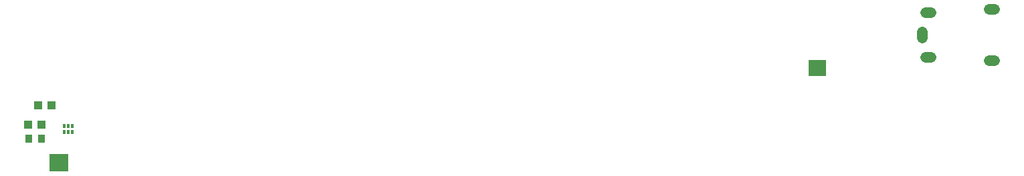
<source format=gbr>
G04 EAGLE Gerber RS-274X export*
G75*
%MOMM*%
%FSLAX34Y34*%
%LPD*%
%INSolderpaste Top*%
%IPPOS*%
%AMOC8*
5,1,8,0,0,1.08239X$1,22.5*%
G01*
%ADD10R,0.300000X0.520000*%
%ADD11R,0.300000X0.490000*%
%ADD12R,1.000000X1.100000*%
%ADD13R,0.950000X1.000000*%
%ADD14C,1.320800*%
%ADD15R,2.235200X2.057400*%
%ADD16R,2.489200X2.235200*%


D10*
X79930Y76190D03*
D11*
X74930Y76140D03*
X69930Y76140D03*
X69930Y68640D03*
X74930Y68640D03*
X79930Y68640D03*
D12*
X24520Y77470D03*
X41520Y77470D03*
D13*
X41020Y59690D03*
X25020Y59690D03*
D12*
X53712Y102108D03*
X36712Y102108D03*
D14*
X1156145Y188341D02*
X1156145Y195199D01*
X1160717Y163271D02*
X1167575Y163271D01*
X1167575Y220269D02*
X1160717Y220269D01*
X1240715Y224765D02*
X1247573Y224765D01*
X1247573Y158775D02*
X1240715Y158775D01*
D15*
X1023620Y149987D03*
D16*
X63500Y29210D03*
M02*

</source>
